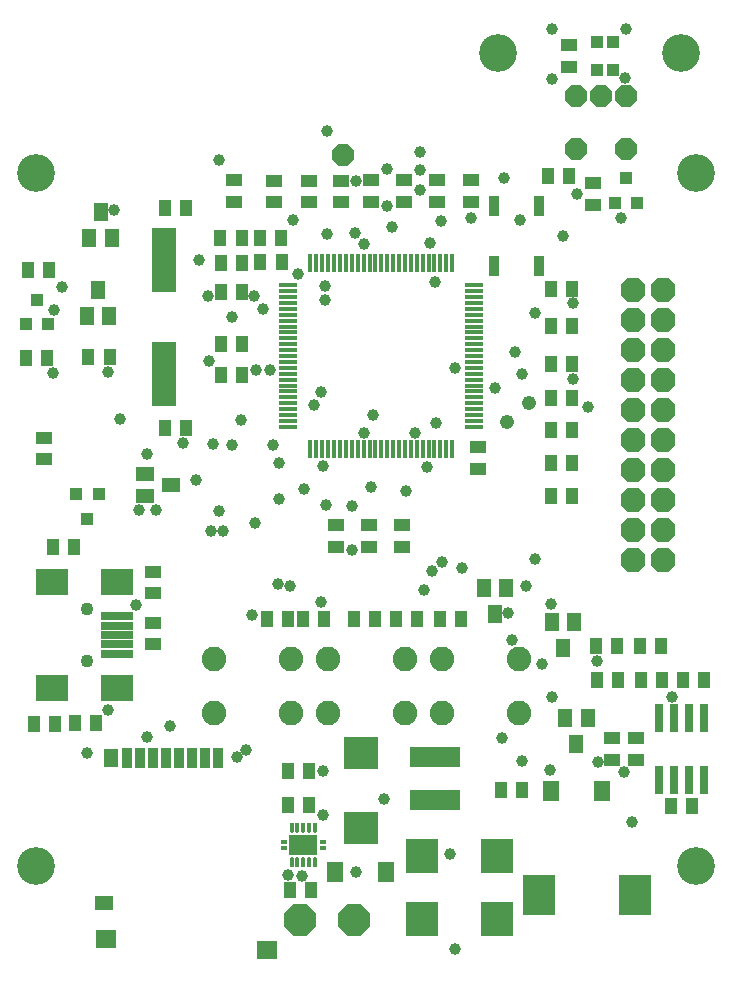
<source format=gts>
G75*
G70*
%OFA0B0*%
%FSLAX24Y24*%
%IPPOS*%
%LPD*%
%AMOC8*
5,1,8,0,0,1.08239X$1,22.5*
%
%ADD10R,0.0630X0.0138*%
%ADD11R,0.0138X0.0630*%
%ADD12R,0.1064X0.0277*%
%ADD13R,0.1064X0.0867*%
%ADD14C,0.0434*%
%ADD15R,0.0552X0.0395*%
%ADD16R,0.0380X0.0680*%
%ADD17R,0.0395X0.0434*%
%ADD18R,0.0395X0.0552*%
%ADD19R,0.0631X0.0474*%
%ADD20R,0.0236X0.0118*%
%ADD21R,0.0965X0.0669*%
%ADD22R,0.0138X0.0299*%
%ADD23C,0.0138*%
%ADD24R,0.1655X0.0671*%
%ADD25R,0.0580X0.0659*%
%ADD26OC8,0.1080*%
%ADD27R,0.1143X0.1084*%
%ADD28R,0.0316X0.0946*%
%ADD29R,0.1084X0.1143*%
%ADD30R,0.1064X0.1340*%
%ADD31R,0.0840X0.2180*%
%ADD32OC8,0.0820*%
%ADD33C,0.0820*%
%ADD34R,0.0474X0.0631*%
%ADD35R,0.0671X0.0611*%
%ADD36R,0.0474X0.0592*%
%ADD37R,0.0375X0.0671*%
%ADD38C,0.1261*%
%ADD39OC8,0.0710*%
%ADD40C,0.0390*%
%ADD41C,0.0476*%
D10*
X010105Y019895D03*
X010105Y020092D03*
X010105Y020289D03*
X010105Y020486D03*
X010105Y020683D03*
X010105Y020880D03*
X010105Y021077D03*
X010105Y021273D03*
X010105Y021470D03*
X010105Y021667D03*
X010105Y021864D03*
X010105Y022061D03*
X010105Y022258D03*
X010105Y022454D03*
X010105Y022651D03*
X010105Y022848D03*
X010105Y023045D03*
X010105Y023242D03*
X010105Y023439D03*
X010105Y023636D03*
X010105Y023832D03*
X010105Y024029D03*
X010105Y024226D03*
X010105Y024423D03*
X010105Y024620D03*
X016306Y024620D03*
X016306Y024423D03*
X016306Y024226D03*
X016306Y024029D03*
X016306Y023832D03*
X016306Y023636D03*
X016306Y023439D03*
X016306Y023242D03*
X016306Y023045D03*
X016306Y022848D03*
X016306Y022651D03*
X016306Y022454D03*
X016306Y022258D03*
X016306Y022061D03*
X016306Y021864D03*
X016306Y021667D03*
X016306Y021470D03*
X016306Y021273D03*
X016306Y021077D03*
X016306Y020880D03*
X016306Y020683D03*
X016306Y020486D03*
X016306Y020289D03*
X016306Y020092D03*
X016306Y019895D03*
D11*
X015568Y019157D03*
X015371Y019157D03*
X015174Y019157D03*
X014977Y019157D03*
X014780Y019157D03*
X014583Y019157D03*
X014387Y019157D03*
X014190Y019157D03*
X013993Y019157D03*
X013796Y019157D03*
X013599Y019157D03*
X013402Y019157D03*
X013206Y019157D03*
X013009Y019157D03*
X012812Y019157D03*
X012615Y019157D03*
X012418Y019157D03*
X012221Y019157D03*
X012024Y019157D03*
X011828Y019157D03*
X011631Y019157D03*
X011434Y019157D03*
X011237Y019157D03*
X011040Y019157D03*
X010843Y019157D03*
X010843Y025358D03*
X011040Y025358D03*
X011237Y025358D03*
X011434Y025358D03*
X011631Y025358D03*
X011828Y025358D03*
X012024Y025358D03*
X012221Y025358D03*
X012418Y025358D03*
X012615Y025358D03*
X012812Y025358D03*
X013009Y025358D03*
X013206Y025358D03*
X013402Y025358D03*
X013599Y025358D03*
X013796Y025358D03*
X013993Y025358D03*
X014190Y025358D03*
X014387Y025358D03*
X014583Y025358D03*
X014780Y025358D03*
X014977Y025358D03*
X015174Y025358D03*
X015371Y025358D03*
X015568Y025358D03*
D12*
X004390Y013588D03*
X004390Y013273D03*
X004390Y012958D03*
X004390Y012643D03*
X004390Y012328D03*
D13*
X004390Y011186D03*
X002224Y011186D03*
X002224Y014729D03*
X004390Y014729D03*
D14*
X003406Y013824D03*
X003406Y012091D03*
D15*
X005606Y012653D03*
X005606Y013362D03*
X005606Y014353D03*
X005606Y015062D03*
X001946Y018833D03*
X001946Y019542D03*
X008286Y027403D03*
X008286Y028112D03*
X009626Y028102D03*
X009626Y027393D03*
X010806Y027393D03*
X010806Y028102D03*
X011876Y028102D03*
X011876Y027393D03*
X012856Y027403D03*
X012856Y028112D03*
X013956Y028112D03*
X013956Y027403D03*
X015056Y027403D03*
X015056Y028112D03*
X016206Y028112D03*
X016206Y027403D03*
X019456Y031903D03*
X019456Y032612D03*
X020256Y028012D03*
X020256Y027303D03*
X016426Y019212D03*
X016426Y018503D03*
X013906Y016612D03*
X013906Y015903D03*
X012806Y015903D03*
X012806Y016612D03*
X011706Y016612D03*
X011706Y015903D03*
X020906Y009512D03*
X020906Y008803D03*
X021706Y008803D03*
X021706Y009512D03*
D16*
X018456Y025258D03*
X016956Y025258D03*
X016956Y027258D03*
X018456Y027258D03*
D17*
X020981Y027364D03*
X021356Y028191D03*
X021730Y027364D03*
X020941Y031805D03*
X020390Y031805D03*
X020390Y032710D03*
X020941Y032710D03*
X003780Y017651D03*
X003406Y016825D03*
X003031Y017651D03*
X002110Y023314D03*
X001736Y024141D03*
X001361Y023314D03*
D18*
X001361Y022198D03*
X002070Y022198D03*
X003441Y022228D03*
X004150Y022228D03*
X006001Y019858D03*
X006710Y019858D03*
X007861Y021618D03*
X008570Y021618D03*
X008560Y022658D03*
X007851Y022658D03*
X007851Y024408D03*
X008560Y024408D03*
X008557Y025368D03*
X008550Y026188D03*
X009161Y026198D03*
X009870Y026198D03*
X009880Y025388D03*
X009171Y025388D03*
X007848Y025368D03*
X007841Y026188D03*
X006710Y027208D03*
X006001Y027208D03*
X002130Y025138D03*
X001421Y025138D03*
X002251Y015908D03*
X002960Y015908D03*
X002991Y010028D03*
X002320Y010008D03*
X001611Y010008D03*
X003700Y010028D03*
X009401Y013508D03*
X010110Y013508D03*
X010601Y013508D03*
X011310Y013508D03*
X012301Y013508D03*
X013010Y013508D03*
X013701Y013508D03*
X014410Y013508D03*
X015151Y013508D03*
X015860Y013508D03*
X018851Y017608D03*
X019560Y017608D03*
X019560Y018708D03*
X018851Y018708D03*
X018851Y019808D03*
X019560Y019808D03*
X019560Y020858D03*
X018851Y020858D03*
X018851Y022008D03*
X019560Y022008D03*
X019560Y023258D03*
X018851Y023258D03*
X018851Y024508D03*
X019560Y024508D03*
X019460Y028258D03*
X018751Y028258D03*
X020351Y012608D03*
X021060Y012608D03*
X021831Y012588D03*
X022540Y012588D03*
X022560Y011458D03*
X023251Y011458D03*
X023960Y011458D03*
X021851Y011458D03*
X021110Y011458D03*
X020401Y011458D03*
X017910Y007778D03*
X017201Y007778D03*
X022851Y007258D03*
X023560Y007258D03*
X010810Y007308D03*
X010101Y007308D03*
X010101Y008418D03*
X010810Y008418D03*
X010860Y004448D03*
X010151Y004448D03*
D19*
X003976Y004029D03*
X005322Y017584D03*
X005322Y018332D03*
X006189Y017958D03*
D20*
X009966Y006066D03*
X009966Y005849D03*
X011245Y005849D03*
X011245Y006066D03*
D21*
X010606Y005958D03*
D22*
X010606Y006566D03*
X010802Y006566D03*
X010999Y006566D03*
X010409Y006566D03*
X010212Y006566D03*
X010212Y005349D03*
X010409Y005349D03*
X010606Y005349D03*
X010802Y005349D03*
X010999Y005349D03*
D23*
X010999Y005499D03*
X010802Y005499D03*
X010606Y005499D03*
X010409Y005499D03*
X010212Y005499D03*
X010212Y006416D03*
X010409Y006416D03*
X010606Y006416D03*
X010802Y006416D03*
X010999Y006416D03*
D24*
X015006Y007466D03*
X015006Y008883D03*
D25*
X013352Y005058D03*
X011659Y005058D03*
X018859Y007758D03*
X020552Y007758D03*
D26*
X012306Y003458D03*
X010506Y003458D03*
D27*
X012526Y006530D03*
X012526Y009026D03*
D28*
X022456Y008134D03*
X022956Y008134D03*
X023456Y008134D03*
X023956Y008134D03*
X023956Y010181D03*
X023456Y010181D03*
X022956Y010181D03*
X022456Y010181D03*
D29*
X017054Y005608D03*
X017064Y003498D03*
X014567Y003498D03*
X014557Y005608D03*
D30*
X018461Y004278D03*
X021650Y004278D03*
D31*
X005956Y021658D03*
X005956Y025458D03*
D32*
X021606Y024458D03*
X022606Y024458D03*
X022606Y023458D03*
X022606Y022458D03*
X022606Y021458D03*
X022606Y020458D03*
X022606Y019458D03*
X022606Y018458D03*
X022606Y017458D03*
X022606Y016458D03*
X022606Y015458D03*
X021606Y015458D03*
X021606Y016458D03*
X021606Y017458D03*
X021606Y018458D03*
X021606Y019458D03*
X021606Y020458D03*
X021606Y021458D03*
X021606Y022458D03*
X021606Y023458D03*
D33*
X017786Y012148D03*
X017786Y010368D03*
X015226Y010368D03*
X013986Y010368D03*
X013986Y012148D03*
X015226Y012148D03*
X011426Y012148D03*
X010186Y012148D03*
X010186Y010368D03*
X011426Y010368D03*
X007626Y010368D03*
X007626Y012148D03*
D34*
X004140Y023605D03*
X003766Y024471D03*
X003391Y023605D03*
X003471Y026195D03*
X004220Y026195D03*
X003846Y027061D03*
X016611Y014511D03*
X016986Y013645D03*
X017360Y014511D03*
X018881Y013391D03*
X019630Y013391D03*
X019256Y012525D03*
X019331Y010191D03*
X020080Y010191D03*
X019706Y009325D03*
D35*
X004035Y002838D03*
X009409Y002445D03*
D36*
X004202Y008852D03*
D37*
X004734Y008872D03*
X005167Y008872D03*
X005600Y008872D03*
X006033Y008872D03*
X006466Y008872D03*
X006899Y008872D03*
X007332Y008872D03*
X007765Y008872D03*
D38*
X001706Y005258D03*
X001706Y028358D03*
X017106Y032358D03*
X023206Y032358D03*
X023706Y028358D03*
X023706Y005258D03*
D39*
X021356Y029158D03*
X021356Y030934D03*
X020536Y030934D03*
X019706Y030934D03*
X019706Y029158D03*
X011916Y028958D03*
D40*
X011406Y029755D03*
X012364Y028095D03*
X013400Y028488D03*
X013404Y027253D03*
X013550Y026555D03*
X012613Y025996D03*
X012326Y026353D03*
X011403Y026326D03*
X010246Y026788D03*
X010416Y024988D03*
X011322Y024605D03*
X011316Y024118D03*
X009506Y021808D03*
X009026Y021796D03*
X008526Y020138D03*
X008216Y019298D03*
X007586Y019338D03*
X007016Y018128D03*
X006606Y019358D03*
X005409Y018976D03*
X004506Y020158D03*
X004096Y021738D03*
X002306Y023778D03*
X002566Y024568D03*
X004296Y027118D03*
X007126Y025458D03*
X007416Y024248D03*
X008231Y023569D03*
X008966Y024248D03*
X009276Y023838D03*
X007476Y022108D03*
X009586Y019298D03*
X009786Y018678D03*
X009786Y017498D03*
X010636Y017838D03*
X011346Y017278D03*
X012216Y017248D03*
X012856Y017888D03*
X014026Y017768D03*
X014722Y018546D03*
X014316Y019698D03*
X015026Y020018D03*
X015676Y021863D03*
X017006Y021188D03*
X017666Y022408D03*
X017896Y021668D03*
X018336Y023698D03*
X019586Y024018D03*
X019266Y026258D03*
X019736Y027658D03*
X021206Y026858D03*
X017836Y026798D03*
X017296Y028178D03*
X016206Y026858D03*
X015189Y026744D03*
X014826Y026028D03*
X014986Y024718D03*
X014508Y027778D03*
X014506Y028458D03*
X014506Y029058D03*
X018906Y031498D03*
X018906Y033148D03*
X021346Y033158D03*
X021336Y031518D03*
X019586Y021478D03*
X020096Y020558D03*
X018316Y015498D03*
X018026Y014598D03*
X017436Y013688D03*
X017566Y012798D03*
X018546Y012008D03*
X018886Y010878D03*
X020386Y012078D03*
X018871Y013981D03*
X015906Y015208D03*
X015216Y015378D03*
X014896Y015088D03*
X014616Y014458D03*
X012226Y015778D03*
X011206Y014058D03*
X010166Y014598D03*
X009756Y014658D03*
X008906Y013618D03*
X007926Y016428D03*
X007526Y016418D03*
X007806Y017098D03*
X008978Y016706D03*
X011246Y018588D03*
X012626Y019698D03*
X012916Y020298D03*
X011186Y021058D03*
X010946Y020618D03*
X005696Y017138D03*
X005116Y017138D03*
X005041Y013964D03*
X004106Y010458D03*
X003386Y009038D03*
X005405Y009554D03*
X006146Y009938D03*
X008386Y008898D03*
X008706Y009138D03*
X011266Y008428D03*
X011266Y006958D03*
X010566Y004928D03*
X010086Y004958D03*
X012366Y005058D03*
X013296Y007508D03*
X015506Y005658D03*
X015656Y002478D03*
X018839Y008458D03*
X017906Y008758D03*
X017226Y009528D03*
X020416Y008728D03*
X021299Y008394D03*
X021566Y006718D03*
X022906Y010898D03*
X007806Y028788D03*
X002266Y021708D03*
D41*
X010606Y005958D03*
X017406Y020058D03*
X018118Y020702D03*
M02*

</source>
